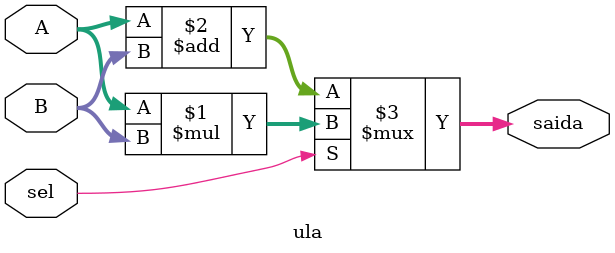
<source format=v>
module ula (

    input [15:0] A, 
    input [15:0] B, 
    input sel,
    output [15:0] saida
);
    assign saida = sel ? A * B : A + B;

endmodule
</source>
